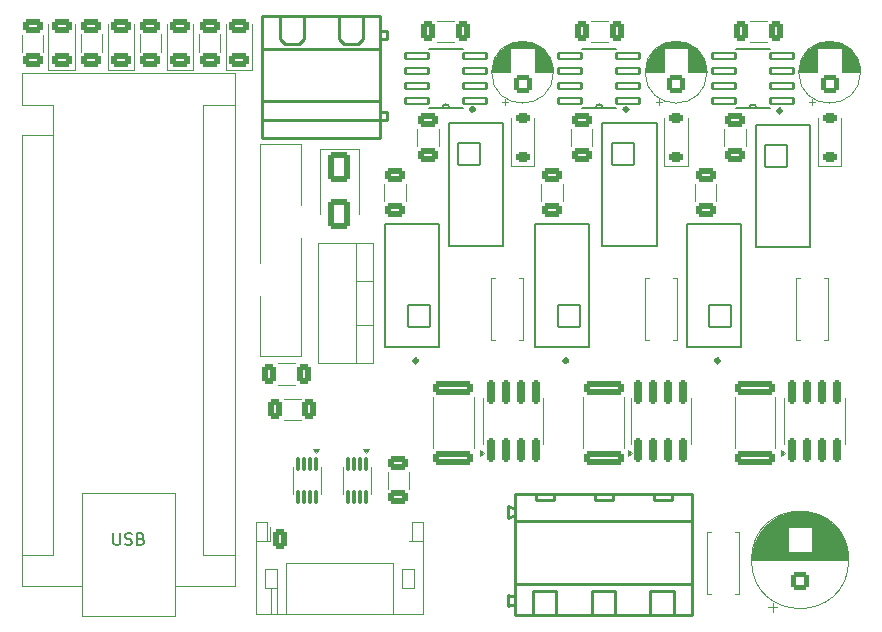
<source format=gbr>
%TF.GenerationSoftware,KiCad,Pcbnew,9.0.3*%
%TF.CreationDate,2025-07-09T22:45:58-05:00*%
%TF.ProjectId,focMotorController,666f634d-6f74-46f7-9243-6f6e74726f6c,rev?*%
%TF.SameCoordinates,Original*%
%TF.FileFunction,Legend,Top*%
%TF.FilePolarity,Positive*%
%FSLAX46Y46*%
G04 Gerber Fmt 4.6, Leading zero omitted, Abs format (unit mm)*
G04 Created by KiCad (PCBNEW 9.0.3) date 2025-07-09 22:45:58*
%MOMM*%
%LPD*%
G01*
G04 APERTURE LIST*
G04 Aperture macros list*
%AMRoundRect*
0 Rectangle with rounded corners*
0 $1 Rounding radius*
0 $2 $3 $4 $5 $6 $7 $8 $9 X,Y pos of 4 corners*
0 Add a 4 corners polygon primitive as box body*
4,1,4,$2,$3,$4,$5,$6,$7,$8,$9,$2,$3,0*
0 Add four circle primitives for the rounded corners*
1,1,$1+$1,$2,$3*
1,1,$1+$1,$4,$5*
1,1,$1+$1,$6,$7*
1,1,$1+$1,$8,$9*
0 Add four rect primitives between the rounded corners*
20,1,$1+$1,$2,$3,$4,$5,0*
20,1,$1+$1,$4,$5,$6,$7,0*
20,1,$1+$1,$6,$7,$8,$9,0*
20,1,$1+$1,$8,$9,$2,$3,0*%
G04 Aperture macros list end*
%ADD10C,0.150000*%
%ADD11C,0.120000*%
%ADD12C,0.100000*%
%ADD13C,0.127000*%
%ADD14C,0.300000*%
%ADD15C,0.152400*%
%ADD16C,0.250000*%
%ADD17RoundRect,0.250000X-0.312500X-0.625000X0.312500X-0.625000X0.312500X0.625000X-0.312500X0.625000X0*%
%ADD18RoundRect,0.250000X0.312500X0.625000X-0.312500X0.625000X-0.312500X-0.625000X0.312500X-0.625000X0*%
%ADD19RoundRect,0.250000X0.625000X-0.312500X0.625000X0.312500X-0.625000X0.312500X-0.625000X-0.312500X0*%
%ADD20RoundRect,0.250000X0.550000X-0.550000X0.550000X0.550000X-0.550000X0.550000X-0.550000X-0.550000X0*%
%ADD21C,1.600000*%
%ADD22C,1.770000*%
%ADD23RoundRect,0.250000X-0.650000X1.000000X-0.650000X-1.000000X0.650000X-1.000000X0.650000X1.000000X0*%
%ADD24RoundRect,0.250000X0.625000X-0.375000X0.625000X0.375000X-0.625000X0.375000X-0.625000X-0.375000X0*%
%ADD25RoundRect,0.250000X-1.425000X0.362500X-1.425000X-0.362500X1.425000X-0.362500X1.425000X0.362500X0*%
%ADD26RoundRect,0.250000X-0.625000X0.312500X-0.625000X-0.312500X0.625000X-0.312500X0.625000X0.312500X0*%
%ADD27RoundRect,0.225000X0.375000X-0.225000X0.375000X0.225000X-0.375000X0.225000X-0.375000X-0.225000X0*%
%ADD28RoundRect,0.102000X0.955000X-0.955000X0.955000X0.955000X-0.955000X0.955000X-0.955000X-0.955000X0*%
%ADD29C,2.114000*%
%ADD30RoundRect,0.102000X-0.955000X0.955000X-0.955000X-0.955000X0.955000X-0.955000X0.955000X0.955000X0*%
%ADD31RoundRect,0.102000X0.990600X0.254000X-0.990600X0.254000X-0.990600X-0.254000X0.990600X-0.254000X0*%
%ADD32RoundRect,0.250000X-0.350000X-0.625000X0.350000X-0.625000X0.350000X0.625000X-0.350000X0.625000X0*%
%ADD33O,1.200000X1.750000*%
%ADD34C,2.300000*%
%ADD35RoundRect,0.087500X-0.087500X0.537500X-0.087500X-0.537500X0.087500X-0.537500X0.087500X0.537500X0*%
%ADD36RoundRect,0.150000X0.150000X-0.825000X0.150000X0.825000X-0.150000X0.825000X-0.150000X-0.825000X0*%
%ADD37C,2.000000*%
%ADD38R,2.000000X2.000000*%
%ADD39R,1.600000X1.600000*%
%ADD40O,1.600000X1.600000*%
G04 APERTURE END LIST*
D10*
X81858095Y-81994819D02*
X81858095Y-82804342D01*
X81858095Y-82804342D02*
X81905714Y-82899580D01*
X81905714Y-82899580D02*
X81953333Y-82947200D01*
X81953333Y-82947200D02*
X82048571Y-82994819D01*
X82048571Y-82994819D02*
X82239047Y-82994819D01*
X82239047Y-82994819D02*
X82334285Y-82947200D01*
X82334285Y-82947200D02*
X82381904Y-82899580D01*
X82381904Y-82899580D02*
X82429523Y-82804342D01*
X82429523Y-82804342D02*
X82429523Y-81994819D01*
X82858095Y-82947200D02*
X83000952Y-82994819D01*
X83000952Y-82994819D02*
X83239047Y-82994819D01*
X83239047Y-82994819D02*
X83334285Y-82947200D01*
X83334285Y-82947200D02*
X83381904Y-82899580D01*
X83381904Y-82899580D02*
X83429523Y-82804342D01*
X83429523Y-82804342D02*
X83429523Y-82709104D01*
X83429523Y-82709104D02*
X83381904Y-82613866D01*
X83381904Y-82613866D02*
X83334285Y-82566247D01*
X83334285Y-82566247D02*
X83239047Y-82518628D01*
X83239047Y-82518628D02*
X83048571Y-82471009D01*
X83048571Y-82471009D02*
X82953333Y-82423390D01*
X82953333Y-82423390D02*
X82905714Y-82375771D01*
X82905714Y-82375771D02*
X82858095Y-82280533D01*
X82858095Y-82280533D02*
X82858095Y-82185295D01*
X82858095Y-82185295D02*
X82905714Y-82090057D01*
X82905714Y-82090057D02*
X82953333Y-82042438D01*
X82953333Y-82042438D02*
X83048571Y-81994819D01*
X83048571Y-81994819D02*
X83286666Y-81994819D01*
X83286666Y-81994819D02*
X83429523Y-82042438D01*
X84191428Y-82471009D02*
X84334285Y-82518628D01*
X84334285Y-82518628D02*
X84381904Y-82566247D01*
X84381904Y-82566247D02*
X84429523Y-82661485D01*
X84429523Y-82661485D02*
X84429523Y-82804342D01*
X84429523Y-82804342D02*
X84381904Y-82899580D01*
X84381904Y-82899580D02*
X84334285Y-82947200D01*
X84334285Y-82947200D02*
X84239047Y-82994819D01*
X84239047Y-82994819D02*
X83858095Y-82994819D01*
X83858095Y-82994819D02*
X83858095Y-81994819D01*
X83858095Y-81994819D02*
X84191428Y-81994819D01*
X84191428Y-81994819D02*
X84286666Y-82042438D01*
X84286666Y-82042438D02*
X84334285Y-82090057D01*
X84334285Y-82090057D02*
X84381904Y-82185295D01*
X84381904Y-82185295D02*
X84381904Y-82280533D01*
X84381904Y-82280533D02*
X84334285Y-82375771D01*
X84334285Y-82375771D02*
X84286666Y-82423390D01*
X84286666Y-82423390D02*
X84191428Y-82471009D01*
X84191428Y-82471009D02*
X83858095Y-82471009D01*
D11*
%TO.C,R13*%
X95772936Y-67590000D02*
X97227064Y-67590000D01*
X95772936Y-69410000D02*
X97227064Y-69410000D01*
%TO.C,R11*%
X137227064Y-40410000D02*
X135772936Y-40410000D01*
X137227064Y-38590000D02*
X135772936Y-38590000D01*
%TO.C,R8*%
X123727064Y-40410000D02*
X122272936Y-40410000D01*
X123727064Y-38590000D02*
X122272936Y-38590000D01*
%TO.C,R7*%
X110727064Y-40410000D02*
X109272936Y-40410000D01*
X110727064Y-38590000D02*
X109272936Y-38590000D01*
%TO.C,R3*%
X90910000Y-41212086D02*
X90910000Y-39757958D01*
X89090000Y-41212086D02*
X89090000Y-39757958D01*
%TO.C,R5*%
X80910000Y-41212086D02*
X80910000Y-39757958D01*
X79090000Y-41212086D02*
X79090000Y-39757958D01*
%TO.C,R4*%
X75930882Y-41227064D02*
X75930882Y-39772936D01*
X74110882Y-41227064D02*
X74110882Y-39772936D01*
%TO.C,R6*%
X85910000Y-41212086D02*
X85910000Y-39757958D01*
X84090000Y-41212086D02*
X84090000Y-39757958D01*
%TO.C,R2*%
X96272936Y-70590000D02*
X97727064Y-70590000D01*
X96272936Y-72410000D02*
X97727064Y-72410000D01*
%TO.C,R1*%
X105090000Y-78227064D02*
X105090000Y-76772936D01*
X106910000Y-78227064D02*
X106910000Y-76772936D01*
%TO.C,C7*%
X139920000Y-42915113D02*
X141460000Y-42915113D01*
X139920000Y-42955113D02*
X141460000Y-42955113D01*
X139921000Y-42875113D02*
X141460000Y-42875113D01*
X139923000Y-42835113D02*
X141460000Y-42835113D01*
X139925000Y-42795113D02*
X141460000Y-42795113D01*
X139928000Y-42755113D02*
X141460000Y-42755113D01*
X139931000Y-42715113D02*
X141460000Y-42715113D01*
X139935000Y-42675113D02*
X141460000Y-42675113D01*
X139940000Y-42635113D02*
X141460000Y-42635113D01*
X139945000Y-42595113D02*
X141460000Y-42595113D01*
X139951000Y-42555113D02*
X141460000Y-42555113D01*
X139957000Y-42515113D02*
X141460000Y-42515113D01*
X139964000Y-42475113D02*
X141460000Y-42475113D01*
X139972000Y-42435113D02*
X141460000Y-42435113D01*
X139981000Y-42395113D02*
X141460000Y-42395113D01*
X139990000Y-42355113D02*
X141460000Y-42355113D01*
X139999000Y-42315113D02*
X141460000Y-42315113D01*
X140010000Y-42275113D02*
X141460000Y-42275113D01*
X140021000Y-42235113D02*
X141460000Y-42235113D01*
X140033000Y-42195113D02*
X141460000Y-42195113D01*
X140045000Y-42155113D02*
X141460000Y-42155113D01*
X140058000Y-42115113D02*
X141460000Y-42115113D01*
X140072000Y-42075113D02*
X141460000Y-42075113D01*
X140087000Y-42035113D02*
X141460000Y-42035113D01*
X140102000Y-41995113D02*
X141460000Y-41995113D01*
X140118000Y-41955113D02*
X141460000Y-41955113D01*
X140135000Y-41915113D02*
X141460000Y-41915113D01*
X140153000Y-41875113D02*
X141460000Y-41875113D01*
X140171000Y-41835113D02*
X141460000Y-41835113D01*
X140191000Y-41795113D02*
X141460000Y-41795113D01*
X140211000Y-41755113D02*
X141460000Y-41755113D01*
X140232000Y-41715113D02*
X141460000Y-41715113D01*
X140254000Y-41675113D02*
X141460000Y-41675113D01*
X140277000Y-41635113D02*
X141460000Y-41635113D01*
X140301000Y-41595113D02*
X141460000Y-41595113D01*
X140325000Y-41555113D02*
X141460000Y-41555113D01*
X140351000Y-41515113D02*
X141460000Y-41515113D01*
X140378000Y-41475113D02*
X141460000Y-41475113D01*
X140406000Y-41435113D02*
X141460000Y-41435113D01*
X140435000Y-41395113D02*
X141460000Y-41395113D01*
X140465000Y-41355113D02*
X141460000Y-41355113D01*
X140497000Y-41315113D02*
X141460000Y-41315113D01*
X140530000Y-41275113D02*
X141460000Y-41275113D01*
X140564000Y-41235113D02*
X141460000Y-41235113D01*
X140599000Y-41195113D02*
X141460000Y-41195113D01*
X140636000Y-41155113D02*
X141460000Y-41155113D01*
X140675000Y-41115113D02*
X141460000Y-41115113D01*
X140715000Y-41075113D02*
X141460000Y-41075113D01*
X140757000Y-41035113D02*
X141460000Y-41035113D01*
X140775000Y-45509888D02*
X141275000Y-45509888D01*
X140801000Y-40995113D02*
X141460000Y-40995113D01*
X140848000Y-40955113D02*
X141460000Y-40955113D01*
X140896000Y-40915113D02*
X144104000Y-40915113D01*
X140947000Y-40875113D02*
X144053000Y-40875113D01*
X141001000Y-40835113D02*
X143999000Y-40835113D01*
X141025000Y-45759888D02*
X141025000Y-45259888D01*
X141057000Y-40795113D02*
X143943000Y-40795113D01*
X141117000Y-40755113D02*
X143883000Y-40755113D01*
X141181000Y-40715113D02*
X143819000Y-40715113D01*
X141249000Y-40675113D02*
X143751000Y-40675113D01*
X141323000Y-40635113D02*
X143677000Y-40635113D01*
X141402000Y-40595113D02*
X143598000Y-40595113D01*
X141489000Y-40555113D02*
X143511000Y-40555113D01*
X141586000Y-40515113D02*
X143414000Y-40515113D01*
X141695000Y-40475113D02*
X143305000Y-40475113D01*
X141823000Y-40435113D02*
X143177000Y-40435113D01*
X141983000Y-40395113D02*
X143017000Y-40395113D01*
X142217000Y-40355113D02*
X142783000Y-40355113D01*
X143540000Y-40955113D02*
X144152000Y-40955113D01*
X143540000Y-40995113D02*
X144199000Y-40995113D01*
X143540000Y-41035113D02*
X144243000Y-41035113D01*
X143540000Y-41075113D02*
X144285000Y-41075113D01*
X143540000Y-41115113D02*
X144325000Y-41115113D01*
X143540000Y-41155113D02*
X144364000Y-41155113D01*
X143540000Y-41195113D02*
X144401000Y-41195113D01*
X143540000Y-41235113D02*
X144436000Y-41235113D01*
X143540000Y-41275113D02*
X144470000Y-41275113D01*
X143540000Y-41315113D02*
X144503000Y-41315113D01*
X143540000Y-41355113D02*
X144535000Y-41355113D01*
X143540000Y-41395113D02*
X144565000Y-41395113D01*
X143540000Y-41435113D02*
X144594000Y-41435113D01*
X143540000Y-41475113D02*
X144622000Y-41475113D01*
X143540000Y-41515113D02*
X144649000Y-41515113D01*
X143540000Y-41555113D02*
X144675000Y-41555113D01*
X143540000Y-41595113D02*
X144699000Y-41595113D01*
X143540000Y-41635113D02*
X144723000Y-41635113D01*
X143540000Y-41675113D02*
X144746000Y-41675113D01*
X143540000Y-41715113D02*
X144768000Y-41715113D01*
X143540000Y-41755113D02*
X144789000Y-41755113D01*
X143540000Y-41795113D02*
X144809000Y-41795113D01*
X143540000Y-41835113D02*
X144829000Y-41835113D01*
X143540000Y-41875113D02*
X144847000Y-41875113D01*
X143540000Y-41915113D02*
X144865000Y-41915113D01*
X143540000Y-41955113D02*
X144882000Y-41955113D01*
X143540000Y-41995113D02*
X144898000Y-41995113D01*
X143540000Y-42035113D02*
X144913000Y-42035113D01*
X143540000Y-42075113D02*
X144928000Y-42075113D01*
X143540000Y-42115113D02*
X144942000Y-42115113D01*
X143540000Y-42155113D02*
X144955000Y-42155113D01*
X143540000Y-42195113D02*
X144967000Y-42195113D01*
X143540000Y-42235113D02*
X144979000Y-42235113D01*
X143540000Y-42275113D02*
X144990000Y-42275113D01*
X143540000Y-42315113D02*
X145001000Y-42315113D01*
X143540000Y-42355113D02*
X145010000Y-42355113D01*
X143540000Y-42395113D02*
X145019000Y-42395113D01*
X143540000Y-42435113D02*
X145028000Y-42435113D01*
X143540000Y-42475113D02*
X145036000Y-42475113D01*
X143540000Y-42515113D02*
X145043000Y-42515113D01*
X143540000Y-42555113D02*
X145049000Y-42555113D01*
X143540000Y-42595113D02*
X145055000Y-42595113D01*
X143540000Y-42635113D02*
X145060000Y-42635113D01*
X143540000Y-42675113D02*
X145065000Y-42675113D01*
X143540000Y-42715113D02*
X145069000Y-42715113D01*
X143540000Y-42755113D02*
X145072000Y-42755113D01*
X143540000Y-42795113D02*
X145075000Y-42795113D01*
X143540000Y-42835113D02*
X145077000Y-42835113D01*
X143540000Y-42875113D02*
X145079000Y-42875113D01*
X143540000Y-42915113D02*
X145080000Y-42915113D01*
X143540000Y-42955113D02*
X145080000Y-42955113D01*
X145120000Y-42955113D02*
G75*
G02*
X139880000Y-42955113I-2620000J0D01*
G01*
X139880000Y-42955113D02*
G75*
G02*
X145120000Y-42955113I2620000J0D01*
G01*
%TO.C,C1*%
X135920000Y-84210000D02*
X144080000Y-84210000D01*
X135920000Y-84250000D02*
X144080000Y-84250000D01*
X135921000Y-84170000D02*
X144079000Y-84170000D01*
X135922000Y-84130000D02*
X144078000Y-84130000D01*
X135923000Y-84090000D02*
X144077000Y-84090000D01*
X135925000Y-84050000D02*
X144075000Y-84050000D01*
X135927000Y-84010000D02*
X144073000Y-84010000D01*
X135930000Y-83970000D02*
X144070000Y-83970000D01*
X135932000Y-83930000D02*
X144068000Y-83930000D01*
X135936000Y-83890000D02*
X144064000Y-83890000D01*
X135939000Y-83850000D02*
X144061000Y-83850000D01*
X135944000Y-83810000D02*
X144056000Y-83810000D01*
X135948000Y-83770000D02*
X144052000Y-83770000D01*
X135953000Y-83730000D02*
X144047000Y-83730000D01*
X135958000Y-83690000D02*
X144042000Y-83690000D01*
X135964000Y-83650000D02*
X144036000Y-83650000D01*
X135970000Y-83610000D02*
X144030000Y-83610000D01*
X135977000Y-83570000D02*
X144023000Y-83570000D01*
X135983000Y-83530000D02*
X138960000Y-83530000D01*
X135991000Y-83490000D02*
X138960000Y-83490000D01*
X135998000Y-83450000D02*
X138960000Y-83450000D01*
X136007000Y-83410000D02*
X138960000Y-83410000D01*
X136015000Y-83370000D02*
X138960000Y-83370000D01*
X136024000Y-83330000D02*
X138960000Y-83330000D01*
X136033000Y-83290000D02*
X138960000Y-83290000D01*
X136043000Y-83250000D02*
X138960000Y-83250000D01*
X136053000Y-83210000D02*
X138960000Y-83210000D01*
X136064000Y-83170000D02*
X138960000Y-83170000D01*
X136075000Y-83130000D02*
X138960000Y-83130000D01*
X136087000Y-83090000D02*
X138960000Y-83090000D01*
X136099000Y-83050000D02*
X138960000Y-83050000D01*
X136111000Y-83010000D02*
X138960000Y-83010000D01*
X136124000Y-82970000D02*
X138960000Y-82970000D01*
X136137000Y-82930000D02*
X138960000Y-82930000D01*
X136151000Y-82890000D02*
X138960000Y-82890000D01*
X136165000Y-82850000D02*
X138960000Y-82850000D01*
X136180000Y-82810000D02*
X138960000Y-82810000D01*
X136195000Y-82770000D02*
X138960000Y-82770000D01*
X136211000Y-82730000D02*
X138960000Y-82730000D01*
X136227000Y-82690000D02*
X138960000Y-82690000D01*
X136243000Y-82650000D02*
X138960000Y-82650000D01*
X136260000Y-82610000D02*
X138960000Y-82610000D01*
X136278000Y-82570000D02*
X138960000Y-82570000D01*
X136296000Y-82530000D02*
X138960000Y-82530000D01*
X136315000Y-82490000D02*
X138960000Y-82490000D01*
X136334000Y-82450000D02*
X138960000Y-82450000D01*
X136354000Y-82410000D02*
X138960000Y-82410000D01*
X136374000Y-82370000D02*
X138960000Y-82370000D01*
X136395000Y-82330000D02*
X138960000Y-82330000D01*
X136416000Y-82290000D02*
X138960000Y-82290000D01*
X136438000Y-82250000D02*
X138960000Y-82250000D01*
X136461000Y-82210000D02*
X138960000Y-82210000D01*
X136484000Y-82170000D02*
X138960000Y-82170000D01*
X136507000Y-82130000D02*
X138960000Y-82130000D01*
X136532000Y-82090000D02*
X138960000Y-82090000D01*
X136557000Y-82050000D02*
X138960000Y-82050000D01*
X136582000Y-82010000D02*
X138960000Y-82010000D01*
X136608000Y-81970000D02*
X138960000Y-81970000D01*
X136635000Y-81930000D02*
X138960000Y-81930000D01*
X136663000Y-81890000D02*
X138960000Y-81890000D01*
X136691000Y-81850000D02*
X138960000Y-81850000D01*
X136720000Y-81810000D02*
X138960000Y-81810000D01*
X136750000Y-81770000D02*
X138960000Y-81770000D01*
X136781000Y-81730000D02*
X138960000Y-81730000D01*
X136812000Y-81690000D02*
X138960000Y-81690000D01*
X136844000Y-81650000D02*
X138960000Y-81650000D01*
X136877000Y-81610000D02*
X138960000Y-81610000D01*
X136911000Y-81570000D02*
X138960000Y-81570000D01*
X136945000Y-81530000D02*
X138960000Y-81530000D01*
X136981000Y-81490000D02*
X138960000Y-81490000D01*
X137018000Y-81450000D02*
X142982000Y-81450000D01*
X137055000Y-81410000D02*
X142945000Y-81410000D01*
X137094000Y-81370000D02*
X142906000Y-81370000D01*
X137133000Y-81330000D02*
X142867000Y-81330000D01*
X137174000Y-81290000D02*
X142826000Y-81290000D01*
X137216000Y-81250000D02*
X142784000Y-81250000D01*
X137259000Y-81210000D02*
X142741000Y-81210000D01*
X137285000Y-88259698D02*
X138085000Y-88259698D01*
X137304000Y-81170000D02*
X142696000Y-81170000D01*
X137349000Y-81130000D02*
X142651000Y-81130000D01*
X137396000Y-81090000D02*
X142604000Y-81090000D01*
X137445000Y-81050000D02*
X142555000Y-81050000D01*
X137495000Y-81010000D02*
X142505000Y-81010000D01*
X137547000Y-80970000D02*
X142453000Y-80970000D01*
X137600000Y-80930000D02*
X142400000Y-80930000D01*
X137656000Y-80890000D02*
X142344000Y-80890000D01*
X137685000Y-88659698D02*
X137685000Y-87859698D01*
X137713000Y-80850000D02*
X142287000Y-80850000D01*
X137773000Y-80810000D02*
X142227000Y-80810000D01*
X137835000Y-80770000D02*
X142165000Y-80770000D01*
X137899000Y-80730000D02*
X142101000Y-80730000D01*
X137966000Y-80690000D02*
X142034000Y-80690000D01*
X138036000Y-80650000D02*
X141964000Y-80650000D01*
X138110000Y-80610000D02*
X141890000Y-80610000D01*
X138187000Y-80570000D02*
X141813000Y-80570000D01*
X138269000Y-80530000D02*
X141731000Y-80530000D01*
X138356000Y-80490000D02*
X141644000Y-80490000D01*
X138448000Y-80450000D02*
X141552000Y-80450000D01*
X138547000Y-80410000D02*
X141453000Y-80410000D01*
X138654000Y-80370000D02*
X141346000Y-80370000D01*
X138772000Y-80330000D02*
X141228000Y-80330000D01*
X138903000Y-80290000D02*
X141097000Y-80290000D01*
X139053000Y-80250000D02*
X140947000Y-80250000D01*
X139232000Y-80210000D02*
X140768000Y-80210000D01*
X139467000Y-80170000D02*
X140533000Y-80170000D01*
X141040000Y-81490000D02*
X143019000Y-81490000D01*
X141040000Y-81530000D02*
X143055000Y-81530000D01*
X141040000Y-81570000D02*
X143089000Y-81570000D01*
X141040000Y-81610000D02*
X143123000Y-81610000D01*
X141040000Y-81650000D02*
X143156000Y-81650000D01*
X141040000Y-81690000D02*
X143188000Y-81690000D01*
X141040000Y-81730000D02*
X143219000Y-81730000D01*
X141040000Y-81770000D02*
X143250000Y-81770000D01*
X141040000Y-81810000D02*
X143280000Y-81810000D01*
X141040000Y-81850000D02*
X143309000Y-81850000D01*
X141040000Y-81890000D02*
X143337000Y-81890000D01*
X141040000Y-81930000D02*
X143365000Y-81930000D01*
X141040000Y-81970000D02*
X143392000Y-81970000D01*
X141040000Y-82010000D02*
X143418000Y-82010000D01*
X141040000Y-82050000D02*
X143443000Y-82050000D01*
X141040000Y-82090000D02*
X143468000Y-82090000D01*
X141040000Y-82130000D02*
X143493000Y-82130000D01*
X141040000Y-82170000D02*
X143516000Y-82170000D01*
X141040000Y-82210000D02*
X143539000Y-82210000D01*
X141040000Y-82250000D02*
X143562000Y-82250000D01*
X141040000Y-82290000D02*
X143584000Y-82290000D01*
X141040000Y-82330000D02*
X143605000Y-82330000D01*
X141040000Y-82370000D02*
X143626000Y-82370000D01*
X141040000Y-82410000D02*
X143646000Y-82410000D01*
X141040000Y-82450000D02*
X143666000Y-82450000D01*
X141040000Y-82490000D02*
X143685000Y-82490000D01*
X141040000Y-82530000D02*
X143704000Y-82530000D01*
X141040000Y-82570000D02*
X143722000Y-82570000D01*
X141040000Y-82610000D02*
X143740000Y-82610000D01*
X141040000Y-82650000D02*
X143757000Y-82650000D01*
X141040000Y-82690000D02*
X143773000Y-82690000D01*
X141040000Y-82730000D02*
X143789000Y-82730000D01*
X141040000Y-82770000D02*
X143805000Y-82770000D01*
X141040000Y-82810000D02*
X143820000Y-82810000D01*
X141040000Y-82850000D02*
X143835000Y-82850000D01*
X141040000Y-82890000D02*
X143849000Y-82890000D01*
X141040000Y-82930000D02*
X143863000Y-82930000D01*
X141040000Y-82970000D02*
X143876000Y-82970000D01*
X141040000Y-83010000D02*
X143889000Y-83010000D01*
X141040000Y-83050000D02*
X143901000Y-83050000D01*
X141040000Y-83090000D02*
X143913000Y-83090000D01*
X141040000Y-83130000D02*
X143925000Y-83130000D01*
X141040000Y-83170000D02*
X143936000Y-83170000D01*
X141040000Y-83210000D02*
X143947000Y-83210000D01*
X141040000Y-83250000D02*
X143957000Y-83250000D01*
X141040000Y-83290000D02*
X143967000Y-83290000D01*
X141040000Y-83330000D02*
X143976000Y-83330000D01*
X141040000Y-83370000D02*
X143985000Y-83370000D01*
X141040000Y-83410000D02*
X143993000Y-83410000D01*
X141040000Y-83450000D02*
X144002000Y-83450000D01*
X141040000Y-83490000D02*
X144009000Y-83490000D01*
X141040000Y-83530000D02*
X144017000Y-83530000D01*
X144120000Y-84250000D02*
G75*
G02*
X135880000Y-84250000I-4120000J0D01*
G01*
X135880000Y-84250000D02*
G75*
G02*
X144120000Y-84250000I4120000J0D01*
G01*
D12*
%TO.C,F1*%
X94250000Y-49000000D02*
X94250000Y-59093932D01*
X94250000Y-49000000D02*
X97750000Y-49000000D01*
X94250000Y-67000000D02*
X94250000Y-61922147D01*
X97750000Y-49000000D02*
X97750000Y-54197919D01*
X97750000Y-57000000D02*
X97750000Y-67000000D01*
X97750000Y-67000000D02*
X94250000Y-67000000D01*
D11*
%TO.C,D1*%
X99350000Y-49490000D02*
X99350000Y-55000000D01*
X102650000Y-49490000D02*
X99350000Y-49490000D01*
X102650000Y-49490000D02*
X102650000Y-55000000D01*
%TO.C,D3*%
X91365000Y-38885022D02*
X91365000Y-42770022D01*
X91365000Y-42770022D02*
X93635000Y-42770022D01*
X93635000Y-42770022D02*
X93635000Y-38885022D01*
%TO.C,R14*%
X108936100Y-70457936D02*
X108936100Y-74812064D01*
X112356100Y-70457936D02*
X112356100Y-74812064D01*
%TO.C,C6*%
X126920000Y-42915113D02*
X128460000Y-42915113D01*
X126920000Y-42955113D02*
X128460000Y-42955113D01*
X126921000Y-42875113D02*
X128460000Y-42875113D01*
X126923000Y-42835113D02*
X128460000Y-42835113D01*
X126925000Y-42795113D02*
X128460000Y-42795113D01*
X126928000Y-42755113D02*
X128460000Y-42755113D01*
X126931000Y-42715113D02*
X128460000Y-42715113D01*
X126935000Y-42675113D02*
X128460000Y-42675113D01*
X126940000Y-42635113D02*
X128460000Y-42635113D01*
X126945000Y-42595113D02*
X128460000Y-42595113D01*
X126951000Y-42555113D02*
X128460000Y-42555113D01*
X126957000Y-42515113D02*
X128460000Y-42515113D01*
X126964000Y-42475113D02*
X128460000Y-42475113D01*
X126972000Y-42435113D02*
X128460000Y-42435113D01*
X126981000Y-42395113D02*
X128460000Y-42395113D01*
X126990000Y-42355113D02*
X128460000Y-42355113D01*
X126999000Y-42315113D02*
X128460000Y-42315113D01*
X127010000Y-42275113D02*
X128460000Y-42275113D01*
X127021000Y-42235113D02*
X128460000Y-42235113D01*
X127033000Y-42195113D02*
X128460000Y-42195113D01*
X127045000Y-42155113D02*
X128460000Y-42155113D01*
X127058000Y-42115113D02*
X128460000Y-42115113D01*
X127072000Y-42075113D02*
X128460000Y-42075113D01*
X127087000Y-42035113D02*
X128460000Y-42035113D01*
X127102000Y-41995113D02*
X128460000Y-41995113D01*
X127118000Y-41955113D02*
X128460000Y-41955113D01*
X127135000Y-41915113D02*
X128460000Y-41915113D01*
X127153000Y-41875113D02*
X128460000Y-41875113D01*
X127171000Y-41835113D02*
X128460000Y-41835113D01*
X127191000Y-41795113D02*
X128460000Y-41795113D01*
X127211000Y-41755113D02*
X128460000Y-41755113D01*
X127232000Y-41715113D02*
X128460000Y-41715113D01*
X127254000Y-41675113D02*
X128460000Y-41675113D01*
X127277000Y-41635113D02*
X128460000Y-41635113D01*
X127301000Y-41595113D02*
X128460000Y-41595113D01*
X127325000Y-41555113D02*
X128460000Y-41555113D01*
X127351000Y-41515113D02*
X128460000Y-41515113D01*
X127378000Y-41475113D02*
X128460000Y-41475113D01*
X127406000Y-41435113D02*
X128460000Y-41435113D01*
X127435000Y-41395113D02*
X128460000Y-41395113D01*
X127465000Y-41355113D02*
X128460000Y-41355113D01*
X127497000Y-41315113D02*
X128460000Y-41315113D01*
X127530000Y-41275113D02*
X128460000Y-41275113D01*
X127564000Y-41235113D02*
X128460000Y-41235113D01*
X127599000Y-41195113D02*
X128460000Y-41195113D01*
X127636000Y-41155113D02*
X128460000Y-41155113D01*
X127675000Y-41115113D02*
X128460000Y-41115113D01*
X127715000Y-41075113D02*
X128460000Y-41075113D01*
X127757000Y-41035113D02*
X128460000Y-41035113D01*
X127775000Y-45509888D02*
X128275000Y-45509888D01*
X127801000Y-40995113D02*
X128460000Y-40995113D01*
X127848000Y-40955113D02*
X128460000Y-40955113D01*
X127896000Y-40915113D02*
X131104000Y-40915113D01*
X127947000Y-40875113D02*
X131053000Y-40875113D01*
X128001000Y-40835113D02*
X130999000Y-40835113D01*
X128025000Y-45759888D02*
X128025000Y-45259888D01*
X128057000Y-40795113D02*
X130943000Y-40795113D01*
X128117000Y-40755113D02*
X130883000Y-40755113D01*
X128181000Y-40715113D02*
X130819000Y-40715113D01*
X128249000Y-40675113D02*
X130751000Y-40675113D01*
X128323000Y-40635113D02*
X130677000Y-40635113D01*
X128402000Y-40595113D02*
X130598000Y-40595113D01*
X128489000Y-40555113D02*
X130511000Y-40555113D01*
X128586000Y-40515113D02*
X130414000Y-40515113D01*
X128695000Y-40475113D02*
X130305000Y-40475113D01*
X128823000Y-40435113D02*
X130177000Y-40435113D01*
X128983000Y-40395113D02*
X130017000Y-40395113D01*
X129217000Y-40355113D02*
X129783000Y-40355113D01*
X130540000Y-40955113D02*
X131152000Y-40955113D01*
X130540000Y-40995113D02*
X131199000Y-40995113D01*
X130540000Y-41035113D02*
X131243000Y-41035113D01*
X130540000Y-41075113D02*
X131285000Y-41075113D01*
X130540000Y-41115113D02*
X131325000Y-41115113D01*
X130540000Y-41155113D02*
X131364000Y-41155113D01*
X130540000Y-41195113D02*
X131401000Y-41195113D01*
X130540000Y-41235113D02*
X131436000Y-41235113D01*
X130540000Y-41275113D02*
X131470000Y-41275113D01*
X130540000Y-41315113D02*
X131503000Y-41315113D01*
X130540000Y-41355113D02*
X131535000Y-41355113D01*
X130540000Y-41395113D02*
X131565000Y-41395113D01*
X130540000Y-41435113D02*
X131594000Y-41435113D01*
X130540000Y-41475113D02*
X131622000Y-41475113D01*
X130540000Y-41515113D02*
X131649000Y-41515113D01*
X130540000Y-41555113D02*
X131675000Y-41555113D01*
X130540000Y-41595113D02*
X131699000Y-41595113D01*
X130540000Y-41635113D02*
X131723000Y-41635113D01*
X130540000Y-41675113D02*
X131746000Y-41675113D01*
X130540000Y-41715113D02*
X131768000Y-41715113D01*
X130540000Y-41755113D02*
X131789000Y-41755113D01*
X130540000Y-41795113D02*
X131809000Y-41795113D01*
X130540000Y-41835113D02*
X131829000Y-41835113D01*
X130540000Y-41875113D02*
X131847000Y-41875113D01*
X130540000Y-41915113D02*
X131865000Y-41915113D01*
X130540000Y-41955113D02*
X131882000Y-41955113D01*
X130540000Y-41995113D02*
X131898000Y-41995113D01*
X130540000Y-42035113D02*
X131913000Y-42035113D01*
X130540000Y-42075113D02*
X131928000Y-42075113D01*
X130540000Y-42115113D02*
X131942000Y-42115113D01*
X130540000Y-42155113D02*
X131955000Y-42155113D01*
X130540000Y-42195113D02*
X131967000Y-42195113D01*
X130540000Y-42235113D02*
X131979000Y-42235113D01*
X130540000Y-42275113D02*
X131990000Y-42275113D01*
X130540000Y-42315113D02*
X132001000Y-42315113D01*
X130540000Y-42355113D02*
X132010000Y-42355113D01*
X130540000Y-42395113D02*
X132019000Y-42395113D01*
X130540000Y-42435113D02*
X132028000Y-42435113D01*
X130540000Y-42475113D02*
X132036000Y-42475113D01*
X130540000Y-42515113D02*
X132043000Y-42515113D01*
X130540000Y-42555113D02*
X132049000Y-42555113D01*
X130540000Y-42595113D02*
X132055000Y-42595113D01*
X130540000Y-42635113D02*
X132060000Y-42635113D01*
X130540000Y-42675113D02*
X132065000Y-42675113D01*
X130540000Y-42715113D02*
X132069000Y-42715113D01*
X130540000Y-42755113D02*
X132072000Y-42755113D01*
X130540000Y-42795113D02*
X132075000Y-42795113D01*
X130540000Y-42835113D02*
X132077000Y-42835113D01*
X130540000Y-42875113D02*
X132079000Y-42875113D01*
X130540000Y-42915113D02*
X132080000Y-42915113D01*
X130540000Y-42955113D02*
X132080000Y-42955113D01*
X132120000Y-42955113D02*
G75*
G02*
X126880000Y-42955113I-2620000J0D01*
G01*
X126880000Y-42955113D02*
G75*
G02*
X132120000Y-42955113I2620000J0D01*
G01*
%TO.C,R12*%
X133590000Y-47772936D02*
X133590000Y-49227064D01*
X135410000Y-47772936D02*
X135410000Y-49227064D01*
%TO.C,D8*%
X128500000Y-50860000D02*
X128500000Y-46850000D01*
X128500000Y-50860000D02*
X130500000Y-50860000D01*
X130500000Y-50860000D02*
X130500000Y-46850000D01*
%TO.C,R19*%
X104794100Y-52407936D02*
X104794100Y-53862064D01*
X106614100Y-52407936D02*
X106614100Y-53862064D01*
%TO.C,C8*%
X113920000Y-42915113D02*
X115460000Y-42915113D01*
X113920000Y-42955113D02*
X115460000Y-42955113D01*
X113921000Y-42875113D02*
X115460000Y-42875113D01*
X113923000Y-42835113D02*
X115460000Y-42835113D01*
X113925000Y-42795113D02*
X115460000Y-42795113D01*
X113928000Y-42755113D02*
X115460000Y-42755113D01*
X113931000Y-42715113D02*
X115460000Y-42715113D01*
X113935000Y-42675113D02*
X115460000Y-42675113D01*
X113940000Y-42635113D02*
X115460000Y-42635113D01*
X113945000Y-42595113D02*
X115460000Y-42595113D01*
X113951000Y-42555113D02*
X115460000Y-42555113D01*
X113957000Y-42515113D02*
X115460000Y-42515113D01*
X113964000Y-42475113D02*
X115460000Y-42475113D01*
X113972000Y-42435113D02*
X115460000Y-42435113D01*
X113981000Y-42395113D02*
X115460000Y-42395113D01*
X113990000Y-42355113D02*
X115460000Y-42355113D01*
X113999000Y-42315113D02*
X115460000Y-42315113D01*
X114010000Y-42275113D02*
X115460000Y-42275113D01*
X114021000Y-42235113D02*
X115460000Y-42235113D01*
X114033000Y-42195113D02*
X115460000Y-42195113D01*
X114045000Y-42155113D02*
X115460000Y-42155113D01*
X114058000Y-42115113D02*
X115460000Y-42115113D01*
X114072000Y-42075113D02*
X115460000Y-42075113D01*
X114087000Y-42035113D02*
X115460000Y-42035113D01*
X114102000Y-41995113D02*
X115460000Y-41995113D01*
X114118000Y-41955113D02*
X115460000Y-41955113D01*
X114135000Y-41915113D02*
X115460000Y-41915113D01*
X114153000Y-41875113D02*
X115460000Y-41875113D01*
X114171000Y-41835113D02*
X115460000Y-41835113D01*
X114191000Y-41795113D02*
X115460000Y-41795113D01*
X114211000Y-41755113D02*
X115460000Y-41755113D01*
X114232000Y-41715113D02*
X115460000Y-41715113D01*
X114254000Y-41675113D02*
X115460000Y-41675113D01*
X114277000Y-41635113D02*
X115460000Y-41635113D01*
X114301000Y-41595113D02*
X115460000Y-41595113D01*
X114325000Y-41555113D02*
X115460000Y-41555113D01*
X114351000Y-41515113D02*
X115460000Y-41515113D01*
X114378000Y-41475113D02*
X115460000Y-41475113D01*
X114406000Y-41435113D02*
X115460000Y-41435113D01*
X114435000Y-41395113D02*
X115460000Y-41395113D01*
X114465000Y-41355113D02*
X115460000Y-41355113D01*
X114497000Y-41315113D02*
X115460000Y-41315113D01*
X114530000Y-41275113D02*
X115460000Y-41275113D01*
X114564000Y-41235113D02*
X115460000Y-41235113D01*
X114599000Y-41195113D02*
X115460000Y-41195113D01*
X114636000Y-41155113D02*
X115460000Y-41155113D01*
X114675000Y-41115113D02*
X115460000Y-41115113D01*
X114715000Y-41075113D02*
X115460000Y-41075113D01*
X114757000Y-41035113D02*
X115460000Y-41035113D01*
X114775000Y-45509888D02*
X115275000Y-45509888D01*
X114801000Y-40995113D02*
X115460000Y-40995113D01*
X114848000Y-40955113D02*
X115460000Y-40955113D01*
X114896000Y-40915113D02*
X118104000Y-40915113D01*
X114947000Y-40875113D02*
X118053000Y-40875113D01*
X115001000Y-40835113D02*
X117999000Y-40835113D01*
X115025000Y-45759888D02*
X115025000Y-45259888D01*
X115057000Y-40795113D02*
X117943000Y-40795113D01*
X115117000Y-40755113D02*
X117883000Y-40755113D01*
X115181000Y-40715113D02*
X117819000Y-40715113D01*
X115249000Y-40675113D02*
X117751000Y-40675113D01*
X115323000Y-40635113D02*
X117677000Y-40635113D01*
X115402000Y-40595113D02*
X117598000Y-40595113D01*
X115489000Y-40555113D02*
X117511000Y-40555113D01*
X115586000Y-40515113D02*
X117414000Y-40515113D01*
X115695000Y-40475113D02*
X117305000Y-40475113D01*
X115823000Y-40435113D02*
X117177000Y-40435113D01*
X115983000Y-40395113D02*
X117017000Y-40395113D01*
X116217000Y-40355113D02*
X116783000Y-40355113D01*
X117540000Y-40955113D02*
X118152000Y-40955113D01*
X117540000Y-40995113D02*
X118199000Y-40995113D01*
X117540000Y-41035113D02*
X118243000Y-41035113D01*
X117540000Y-41075113D02*
X118285000Y-41075113D01*
X117540000Y-41115113D02*
X118325000Y-41115113D01*
X117540000Y-41155113D02*
X118364000Y-41155113D01*
X117540000Y-41195113D02*
X118401000Y-41195113D01*
X117540000Y-41235113D02*
X118436000Y-41235113D01*
X117540000Y-41275113D02*
X118470000Y-41275113D01*
X117540000Y-41315113D02*
X118503000Y-41315113D01*
X117540000Y-41355113D02*
X118535000Y-41355113D01*
X117540000Y-41395113D02*
X118565000Y-41395113D01*
X117540000Y-41435113D02*
X118594000Y-41435113D01*
X117540000Y-41475113D02*
X118622000Y-41475113D01*
X117540000Y-41515113D02*
X118649000Y-41515113D01*
X117540000Y-41555113D02*
X118675000Y-41555113D01*
X117540000Y-41595113D02*
X118699000Y-41595113D01*
X117540000Y-41635113D02*
X118723000Y-41635113D01*
X117540000Y-41675113D02*
X118746000Y-41675113D01*
X117540000Y-41715113D02*
X118768000Y-41715113D01*
X117540000Y-41755113D02*
X118789000Y-41755113D01*
X117540000Y-41795113D02*
X118809000Y-41795113D01*
X117540000Y-41835113D02*
X118829000Y-41835113D01*
X117540000Y-41875113D02*
X118847000Y-41875113D01*
X117540000Y-41915113D02*
X118865000Y-41915113D01*
X117540000Y-41955113D02*
X118882000Y-41955113D01*
X117540000Y-41995113D02*
X118898000Y-41995113D01*
X117540000Y-42035113D02*
X118913000Y-42035113D01*
X117540000Y-42075113D02*
X118928000Y-42075113D01*
X117540000Y-42115113D02*
X118942000Y-42115113D01*
X117540000Y-42155113D02*
X118955000Y-42155113D01*
X117540000Y-42195113D02*
X118967000Y-42195113D01*
X117540000Y-42235113D02*
X118979000Y-42235113D01*
X117540000Y-42275113D02*
X118990000Y-42275113D01*
X117540000Y-42315113D02*
X119001000Y-42315113D01*
X117540000Y-42355113D02*
X119010000Y-42355113D01*
X117540000Y-42395113D02*
X119019000Y-42395113D01*
X117540000Y-42435113D02*
X119028000Y-42435113D01*
X117540000Y-42475113D02*
X119036000Y-42475113D01*
X117540000Y-42515113D02*
X119043000Y-42515113D01*
X117540000Y-42555113D02*
X119049000Y-42555113D01*
X117540000Y-42595113D02*
X119055000Y-42595113D01*
X117540000Y-42635113D02*
X119060000Y-42635113D01*
X117540000Y-42675113D02*
X119065000Y-42675113D01*
X117540000Y-42715113D02*
X119069000Y-42715113D01*
X117540000Y-42755113D02*
X119072000Y-42755113D01*
X117540000Y-42795113D02*
X119075000Y-42795113D01*
X117540000Y-42835113D02*
X119077000Y-42835113D01*
X117540000Y-42875113D02*
X119079000Y-42875113D01*
X117540000Y-42915113D02*
X119080000Y-42915113D01*
X117540000Y-42955113D02*
X119080000Y-42955113D01*
X119120000Y-42955113D02*
G75*
G02*
X113880000Y-42955113I-2620000J0D01*
G01*
X113880000Y-42955113D02*
G75*
G02*
X119120000Y-42955113I2620000J0D01*
G01*
%TO.C,R9*%
X120590000Y-47772936D02*
X120590000Y-49227064D01*
X122410000Y-47772936D02*
X122410000Y-49227064D01*
%TO.C,D7*%
X115500000Y-50860000D02*
X115500000Y-46850000D01*
X115500000Y-50860000D02*
X117500000Y-50860000D01*
X117500000Y-50860000D02*
X117500000Y-46850000D01*
%TO.C,C2*%
X132130000Y-81880000D02*
X132467000Y-81880000D01*
X132130000Y-87120000D02*
X132130000Y-81880000D01*
X132467000Y-87120000D02*
X132130000Y-87120000D01*
X134533000Y-81880000D02*
X134870000Y-81880000D01*
X134870000Y-81880000D02*
X134870000Y-87120000D01*
X134870000Y-87120000D02*
X134533000Y-87120000D01*
D13*
%TO.C,U5*%
X130402100Y-55847500D02*
X135002100Y-55847500D01*
X130402100Y-66247500D02*
X130402100Y-55847500D01*
X135002100Y-55847500D02*
X135002100Y-66247500D01*
X135002100Y-66247500D02*
X130402100Y-66247500D01*
D14*
X133152100Y-67397500D02*
G75*
G02*
X132852100Y-67397500I-150000J0D01*
G01*
X132852100Y-67397500D02*
G75*
G02*
X133152100Y-67397500I150000J0D01*
G01*
D11*
%TO.C,R15*%
X121662000Y-70457936D02*
X121662000Y-74812064D01*
X125082000Y-70457936D02*
X125082000Y-74812064D01*
%TO.C,R10*%
X118090000Y-52407936D02*
X118090000Y-53862064D01*
X119910000Y-52407936D02*
X119910000Y-53862064D01*
%TO.C,D9*%
X141500000Y-50860000D02*
X141500000Y-46850000D01*
X141500000Y-50860000D02*
X143500000Y-50860000D01*
X143500000Y-50860000D02*
X143500000Y-46850000D01*
%TO.C,R16*%
X134494100Y-70457936D02*
X134494100Y-74812064D01*
X137914100Y-70457936D02*
X137914100Y-74812064D01*
D13*
%TO.C,U7*%
X123260000Y-47260000D02*
X127860000Y-47260000D01*
X123260000Y-57660000D02*
X123260000Y-47260000D01*
X127860000Y-47260000D02*
X127860000Y-57660000D01*
X127860000Y-57660000D02*
X123260000Y-57660000D01*
D14*
X125410000Y-46110000D02*
G75*
G02*
X125110000Y-46110000I-150000J0D01*
G01*
X125110000Y-46110000D02*
G75*
G02*
X125410000Y-46110000I150000J0D01*
G01*
D11*
%TO.C,R22*%
X107590000Y-47772936D02*
X107590000Y-49227064D01*
X109410000Y-47772936D02*
X109410000Y-49227064D01*
%TO.C,D5*%
X81365000Y-38885022D02*
X81365000Y-42770022D01*
X81365000Y-42770022D02*
X83635000Y-42770022D01*
X83635000Y-42770022D02*
X83635000Y-38885022D01*
D15*
%TO.C,U10*%
X121577600Y-45989200D02*
X122695200Y-45989200D01*
X122695200Y-45989200D02*
X123304800Y-45989200D01*
X123304800Y-45989200D02*
X124422400Y-45989200D01*
X124422400Y-41010800D02*
X121577600Y-41010800D01*
X122695200Y-45989200D02*
G75*
G02*
X123304800Y-45989200I304800J0D01*
G01*
D13*
%TO.C,U4*%
X117570000Y-55847500D02*
X122170000Y-55847500D01*
X117570000Y-66247500D02*
X117570000Y-55847500D01*
X122170000Y-55847500D02*
X122170000Y-66247500D01*
X122170000Y-66247500D02*
X117570000Y-66247500D01*
D14*
X120320000Y-67397500D02*
G75*
G02*
X120020000Y-67397500I-150000J0D01*
G01*
X120020000Y-67397500D02*
G75*
G02*
X120320000Y-67397500I150000J0D01*
G01*
D11*
%TO.C,C4*%
X126834100Y-60380000D02*
X127171100Y-60380000D01*
X126834100Y-65620000D02*
X126834100Y-60380000D01*
X127171100Y-65620000D02*
X126834100Y-65620000D01*
X129237100Y-60380000D02*
X129574100Y-60380000D01*
X129574100Y-60380000D02*
X129574100Y-65620000D01*
X129574100Y-65620000D02*
X129237100Y-65620000D01*
%TO.C,J2*%
X93940000Y-81040000D02*
X93940000Y-88860000D01*
X93940000Y-82640000D02*
X94860000Y-82640000D01*
X93940000Y-88860000D02*
X108060000Y-88860000D01*
X94700000Y-85000000D02*
X94700000Y-86600000D01*
X94700000Y-86600000D02*
X95700000Y-86600000D01*
X94860000Y-81040000D02*
X93940000Y-81040000D01*
X94860000Y-82640000D02*
X94860000Y-81040000D01*
X95140000Y-82640000D02*
X94860000Y-82640000D01*
X95140000Y-82640000D02*
X95140000Y-81425000D01*
X95200000Y-86600000D02*
X95200000Y-88860000D01*
X95700000Y-85000000D02*
X94700000Y-85000000D01*
X95700000Y-86600000D02*
X95700000Y-85000000D01*
X95700000Y-86600000D02*
X95700000Y-88860000D01*
X96500000Y-84500000D02*
X105500000Y-84500000D01*
X96500000Y-88860000D02*
X96500000Y-84500000D01*
X105500000Y-84500000D02*
X105500000Y-88860000D01*
X106300000Y-85000000D02*
X107300000Y-85000000D01*
X106300000Y-86600000D02*
X106300000Y-85000000D01*
X107140000Y-81040000D02*
X107140000Y-82640000D01*
X107140000Y-82640000D02*
X106860000Y-82640000D01*
X107300000Y-85000000D02*
X107300000Y-86600000D01*
X107300000Y-86600000D02*
X106300000Y-86600000D01*
X108060000Y-81040000D02*
X107140000Y-81040000D01*
X108060000Y-82640000D02*
X107140000Y-82640000D01*
X108060000Y-88860000D02*
X108060000Y-81040000D01*
D16*
%TO.C,P1*%
X115272000Y-79675000D02*
X115272000Y-80665000D01*
X115272000Y-80665000D02*
X115872000Y-80455000D01*
X115272000Y-87185000D02*
X115272000Y-88175000D01*
X115272000Y-88175000D02*
X115872000Y-87965000D01*
X115872000Y-78635000D02*
X130872000Y-78635000D01*
X115872000Y-78645000D02*
X115872000Y-88945000D01*
X115872000Y-79915000D02*
X115272000Y-79675000D01*
X115872000Y-80965000D02*
X130872000Y-80965000D01*
X115872000Y-86305000D02*
X130872000Y-86305000D01*
X115872000Y-87425000D02*
X115272000Y-87185000D01*
X115872000Y-88935000D02*
X130872000Y-88935000D01*
X117372000Y-86875000D02*
X119372000Y-86875000D01*
X117372000Y-88935000D02*
X117372000Y-86875000D01*
X117612000Y-79175000D02*
X117612000Y-78635000D01*
X119142000Y-78635000D02*
X119142000Y-79175000D01*
X119142000Y-79175000D02*
X117612000Y-79175000D01*
X119372000Y-86875000D02*
X119372000Y-88935000D01*
X122352000Y-86875000D02*
X124352000Y-86875000D01*
X122352000Y-88935000D02*
X122352000Y-86875000D01*
X122612000Y-79175000D02*
X122612000Y-78635000D01*
X124142000Y-78635000D02*
X124142000Y-79175000D01*
X124142000Y-79175000D02*
X122612000Y-79175000D01*
X124352000Y-86875000D02*
X124352000Y-88935000D01*
X127302000Y-86875000D02*
X129302000Y-86875000D01*
X127302000Y-88935000D02*
X127302000Y-86875000D01*
X127612000Y-79175000D02*
X127612000Y-78635000D01*
X129142000Y-78635000D02*
X129142000Y-79175000D01*
X129142000Y-79175000D02*
X127612000Y-79175000D01*
X129302000Y-86875000D02*
X129302000Y-88935000D01*
X130872000Y-78635000D02*
X130872000Y-88935000D01*
D15*
%TO.C,U9*%
X108577600Y-45989200D02*
X109695200Y-45989200D01*
X109695200Y-45989200D02*
X110304800Y-45989200D01*
X110304800Y-45989200D02*
X111422400Y-45989200D01*
X111422400Y-41010800D02*
X108577600Y-41010800D01*
X109695200Y-45989200D02*
G75*
G02*
X110304800Y-45989200I304800J0D01*
G01*
D11*
%TO.C,U2*%
X97065000Y-77500000D02*
X97065000Y-76350000D01*
X97065000Y-77500000D02*
X97065000Y-78650000D01*
X99435000Y-77500000D02*
X99435000Y-76350000D01*
X99435000Y-77500000D02*
X99435000Y-78650000D01*
X99000000Y-75215000D02*
X98760000Y-74885000D01*
X99240000Y-74885000D01*
X99000000Y-75215000D01*
G36*
X99000000Y-75215000D02*
G01*
X98760000Y-74885000D01*
X99240000Y-74885000D01*
X99000000Y-75215000D01*
G37*
D13*
%TO.C,U6*%
X110260000Y-47260000D02*
X114860000Y-47260000D01*
X110260000Y-57660000D02*
X110260000Y-47260000D01*
X114860000Y-47260000D02*
X114860000Y-57660000D01*
X114860000Y-57660000D02*
X110260000Y-57660000D01*
D14*
X112410000Y-46110000D02*
G75*
G02*
X112110000Y-46110000I-150000J0D01*
G01*
X112110000Y-46110000D02*
G75*
G02*
X112410000Y-46110000I150000J0D01*
G01*
D11*
%TO.C,U13*%
X125644100Y-72500000D02*
X125644100Y-70550000D01*
X125644100Y-72500000D02*
X125644100Y-74450000D01*
X130764100Y-72500000D02*
X130764100Y-70550000D01*
X130764100Y-72500000D02*
X130764100Y-74450000D01*
X125739100Y-75200000D02*
X125409100Y-75440000D01*
X125409100Y-74960000D01*
X125739100Y-75200000D01*
G36*
X125739100Y-75200000D02*
G01*
X125409100Y-75440000D01*
X125409100Y-74960000D01*
X125739100Y-75200000D01*
G37*
%TO.C,U12*%
X113144100Y-72500000D02*
X113144100Y-70550000D01*
X113144100Y-72500000D02*
X113144100Y-74450000D01*
X118264100Y-72500000D02*
X118264100Y-70550000D01*
X118264100Y-72500000D02*
X118264100Y-74450000D01*
X113239100Y-75200000D02*
X112909100Y-75440000D01*
X112909100Y-74960000D01*
X113239100Y-75200000D01*
G36*
X113239100Y-75200000D02*
G01*
X112909100Y-75440000D01*
X112909100Y-74960000D01*
X113239100Y-75200000D01*
G37*
D16*
%TO.C,P2*%
X94450000Y-38200000D02*
X104440000Y-38200000D01*
X94450000Y-48500000D02*
X94450000Y-38200000D01*
X95990000Y-40170000D02*
X95990000Y-38200000D01*
X96390000Y-40570000D02*
X95990000Y-40170000D01*
X96390000Y-40570000D02*
X96390000Y-40570000D01*
X97590000Y-40570000D02*
X96390000Y-40570000D01*
X98020000Y-38200000D02*
X98020000Y-40140000D01*
X98020000Y-40140000D02*
X97590000Y-40570000D01*
X101000000Y-40170000D02*
X101000000Y-38200000D01*
X101400000Y-40570000D02*
X101000000Y-40170000D01*
X101400000Y-40570000D02*
X101400000Y-40570000D01*
X102600000Y-40570000D02*
X101400000Y-40570000D01*
X103020000Y-38200000D02*
X103020000Y-40140000D01*
X103020000Y-40140000D02*
X102600000Y-40570000D01*
X104450000Y-38200000D02*
X104450000Y-48500000D01*
X104450000Y-40160000D02*
X105050000Y-40160000D01*
X104450000Y-41010000D02*
X94450000Y-41010000D01*
X104450000Y-45390000D02*
X94450000Y-45390000D01*
X104450000Y-47020000D02*
X105050000Y-47020000D01*
X104450000Y-47040000D02*
X94450000Y-47040000D01*
X104450000Y-48500000D02*
X94450000Y-48500000D01*
X105050000Y-39450000D02*
X104450000Y-39450000D01*
X105050000Y-40160000D02*
X105050000Y-39450000D01*
X105050000Y-46310000D02*
X104450000Y-46310000D01*
X105050000Y-47020000D02*
X105050000Y-46310000D01*
D11*
%TO.C,C5*%
X139630000Y-60380000D02*
X139967000Y-60380000D01*
X139630000Y-65620000D02*
X139630000Y-60380000D01*
X139967000Y-65620000D02*
X139630000Y-65620000D01*
X142033000Y-60380000D02*
X142370000Y-60380000D01*
X142370000Y-60380000D02*
X142370000Y-65620000D01*
X142370000Y-65620000D02*
X142033000Y-65620000D01*
%TO.C,D2*%
X99190000Y-57390000D02*
X103810000Y-57390000D01*
X99190000Y-67610000D02*
X99190000Y-57390000D01*
X102430000Y-57390000D02*
X102430000Y-67610000D01*
X103810000Y-57390000D02*
X103810000Y-67610000D01*
X103810000Y-60650000D02*
X102430000Y-60650000D01*
X103810000Y-64350000D02*
X102430000Y-64350000D01*
X103810000Y-67610000D02*
X99190000Y-67610000D01*
%TO.C,U14*%
X138644100Y-72500000D02*
X138644100Y-70550000D01*
X138644100Y-72500000D02*
X138644100Y-74450000D01*
X143764100Y-72500000D02*
X143764100Y-70550000D01*
X143764100Y-72500000D02*
X143764100Y-74450000D01*
X138739100Y-75200000D02*
X138409100Y-75440000D01*
X138409100Y-74960000D01*
X138739100Y-75200000D01*
G36*
X138739100Y-75200000D02*
G01*
X138409100Y-75440000D01*
X138409100Y-74960000D01*
X138739100Y-75200000D01*
G37*
D13*
%TO.C,U8*%
X136260000Y-47387500D02*
X140860000Y-47387500D01*
X136260000Y-57787500D02*
X136260000Y-47387500D01*
X140860000Y-47387500D02*
X140860000Y-57787500D01*
X140860000Y-57787500D02*
X136260000Y-57787500D01*
D14*
X138410000Y-46237500D02*
G75*
G02*
X138110000Y-46237500I-150000J0D01*
G01*
X138110000Y-46237500D02*
G75*
G02*
X138410000Y-46237500I150000J0D01*
G01*
D15*
%TO.C,U11*%
X134577600Y-45989200D02*
X135695200Y-45989200D01*
X135695200Y-45989200D02*
X136304800Y-45989200D01*
X136304800Y-45989200D02*
X137422400Y-45989200D01*
X137422400Y-41010800D02*
X134577600Y-41010800D01*
X135695200Y-45989200D02*
G75*
G02*
X136304800Y-45989200I304800J0D01*
G01*
D11*
%TO.C,R20*%
X131090000Y-52407936D02*
X131090000Y-53862064D01*
X132910000Y-52407936D02*
X132910000Y-53862064D01*
%TO.C,A1*%
X74100000Y-43040000D02*
X74100000Y-45710000D01*
X74100000Y-48250000D02*
X74100000Y-86480000D01*
X74100000Y-86480000D02*
X79180000Y-86480000D01*
X76770000Y-45710000D02*
X74100000Y-45710000D01*
X76770000Y-48250000D02*
X74100000Y-48250000D01*
X76770000Y-48250000D02*
X76770000Y-45710000D01*
X76770000Y-48250000D02*
X76770000Y-83810000D01*
X76770000Y-83810000D02*
X74100000Y-83810000D01*
X79180000Y-78600000D02*
X87060000Y-78600000D01*
X79180000Y-89020000D02*
X79180000Y-78600000D01*
X87060000Y-78600000D02*
X87060000Y-89020000D01*
X87060000Y-89020000D02*
X79180000Y-89020000D01*
X89470000Y-45710000D02*
X89470000Y-83810000D01*
X89470000Y-45710000D02*
X92140000Y-45710000D01*
X89470000Y-83810000D02*
X92140000Y-83810000D01*
X92140000Y-43040000D02*
X74100000Y-43040000D01*
X92140000Y-86480000D02*
X87060000Y-86480000D01*
X92140000Y-86480000D02*
X92140000Y-43040000D01*
%TO.C,C3*%
X113834100Y-60380000D02*
X114171100Y-60380000D01*
X113834100Y-65620000D02*
X113834100Y-60380000D01*
X114171100Y-65620000D02*
X113834100Y-65620000D01*
X116237100Y-60380000D02*
X116574100Y-60380000D01*
X116574100Y-60380000D02*
X116574100Y-65620000D01*
X116574100Y-65620000D02*
X116237100Y-65620000D01*
%TO.C,U1*%
X101315000Y-77500000D02*
X101315000Y-76350000D01*
X101315000Y-77500000D02*
X101315000Y-78650000D01*
X103685000Y-77500000D02*
X103685000Y-76350000D01*
X103685000Y-77500000D02*
X103685000Y-78650000D01*
X103250000Y-75215000D02*
X103010000Y-74885000D01*
X103490000Y-74885000D01*
X103250000Y-75215000D01*
G36*
X103250000Y-75215000D02*
G01*
X103010000Y-74885000D01*
X103490000Y-74885000D01*
X103250000Y-75215000D01*
G37*
D13*
%TO.C,U3*%
X104844100Y-55847500D02*
X109444100Y-55847500D01*
X104844100Y-66247500D02*
X104844100Y-55847500D01*
X109444100Y-55847500D02*
X109444100Y-66247500D01*
X109444100Y-66247500D02*
X104844100Y-66247500D01*
D14*
X107594100Y-67397500D02*
G75*
G02*
X107294100Y-67397500I-150000J0D01*
G01*
X107294100Y-67397500D02*
G75*
G02*
X107594100Y-67397500I150000J0D01*
G01*
D11*
%TO.C,D6*%
X86365000Y-38885022D02*
X86365000Y-42770022D01*
X86365000Y-42770022D02*
X88635000Y-42770022D01*
X88635000Y-42770022D02*
X88635000Y-38885022D01*
%TO.C,D4*%
X76365000Y-38885022D02*
X76365000Y-42770022D01*
X76365000Y-42770022D02*
X78635000Y-42770022D01*
X78635000Y-42770022D02*
X78635000Y-38885022D01*
%TD*%
%LPC*%
D17*
%TO.C,R13*%
X95037500Y-68500000D03*
X97962500Y-68500000D03*
%TD*%
D18*
%TO.C,R11*%
X137962500Y-39500000D03*
X135037500Y-39500000D03*
%TD*%
%TO.C,R8*%
X124462500Y-39500000D03*
X121537500Y-39500000D03*
%TD*%
%TO.C,R7*%
X111462500Y-39500000D03*
X108537500Y-39500000D03*
%TD*%
D19*
%TO.C,R3*%
X90000000Y-39022522D03*
X90000000Y-41947522D03*
%TD*%
%TO.C,R5*%
X80000000Y-39022522D03*
X80000000Y-41947522D03*
%TD*%
%TO.C,R4*%
X75020882Y-39037500D03*
X75020882Y-41962500D03*
%TD*%
%TO.C,R6*%
X85000000Y-39022522D03*
X85000000Y-41947522D03*
%TD*%
D17*
%TO.C,R2*%
X95537500Y-71500000D03*
X98462500Y-71500000D03*
%TD*%
D19*
%TO.C,R1*%
X106000000Y-78962500D03*
X106000000Y-76037500D03*
%TD*%
D20*
%TO.C,C7*%
X142500000Y-43955113D03*
D21*
X142500000Y-41955113D03*
%TD*%
D20*
%TO.C,C1*%
X140000000Y-86000000D03*
D21*
X140000000Y-82500000D03*
%TD*%
D22*
%TO.C,F1*%
X97500000Y-55500000D03*
X94500000Y-60500000D03*
%TD*%
D23*
%TO.C,D1*%
X101000000Y-51000000D03*
X101000000Y-55000000D03*
%TD*%
D24*
%TO.C,D3*%
X92500000Y-41885022D03*
X92500000Y-39085022D03*
%TD*%
D25*
%TO.C,R14*%
X110646100Y-69672500D03*
X110646100Y-75597500D03*
%TD*%
D20*
%TO.C,C6*%
X129500000Y-43955113D03*
D21*
X129500000Y-41955113D03*
%TD*%
D26*
%TO.C,R12*%
X134500000Y-47037500D03*
X134500000Y-49962500D03*
%TD*%
D27*
%TO.C,D8*%
X129500000Y-50150000D03*
X129500000Y-46850000D03*
%TD*%
D26*
%TO.C,R19*%
X105704100Y-51672500D03*
X105704100Y-54597500D03*
%TD*%
D20*
%TO.C,C8*%
X116500000Y-43955113D03*
D21*
X116500000Y-41955113D03*
%TD*%
D26*
%TO.C,R9*%
X121500000Y-47037500D03*
X121500000Y-49962500D03*
%TD*%
D27*
%TO.C,D7*%
X116500000Y-50150000D03*
X116500000Y-46850000D03*
%TD*%
D21*
%TO.C,C2*%
X133500000Y-82000000D03*
X133500000Y-87000000D03*
%TD*%
D28*
%TO.C,U5*%
X133262100Y-63587500D03*
D29*
X133262100Y-61047500D03*
X133262100Y-58507500D03*
%TD*%
D25*
%TO.C,R15*%
X123372000Y-69672500D03*
X123372000Y-75597500D03*
%TD*%
D26*
%TO.C,R10*%
X119000000Y-51672500D03*
X119000000Y-54597500D03*
%TD*%
D27*
%TO.C,D9*%
X142500000Y-50150000D03*
X142500000Y-46850000D03*
%TD*%
D25*
%TO.C,R16*%
X136204100Y-69672500D03*
X136204100Y-75597500D03*
%TD*%
D30*
%TO.C,U7*%
X125000000Y-49920000D03*
D29*
X125000000Y-52460000D03*
X125000000Y-55000000D03*
%TD*%
D26*
%TO.C,R22*%
X108500000Y-47037500D03*
X108500000Y-49962500D03*
%TD*%
D24*
%TO.C,D5*%
X82500000Y-41885022D03*
X82500000Y-39085022D03*
%TD*%
D31*
%TO.C,U10*%
X125463800Y-45405000D03*
X125463800Y-44135000D03*
X125463800Y-42865000D03*
X125463800Y-41595000D03*
X120536200Y-41595000D03*
X120536200Y-42865000D03*
X120536200Y-44135000D03*
X120536200Y-45405000D03*
%TD*%
D28*
%TO.C,U4*%
X120430000Y-63587500D03*
D29*
X120430000Y-61047500D03*
X120430000Y-58507500D03*
%TD*%
D21*
%TO.C,C4*%
X128204100Y-60500000D03*
X128204100Y-65500000D03*
%TD*%
D32*
%TO.C,J2*%
X96000000Y-82500000D03*
D33*
X98000000Y-82500000D03*
X100000000Y-82500000D03*
X102000000Y-82500000D03*
X104000000Y-82500000D03*
X106000000Y-82500000D03*
%TD*%
D34*
%TO.C,P1*%
X118372000Y-83635000D03*
X123372000Y-83635000D03*
X128372000Y-83635000D03*
%TD*%
D31*
%TO.C,U9*%
X112463800Y-45405000D03*
X112463800Y-44135000D03*
X112463800Y-42865000D03*
X112463800Y-41595000D03*
X107536200Y-41595000D03*
X107536200Y-42865000D03*
X107536200Y-44135000D03*
X107536200Y-45405000D03*
%TD*%
D35*
%TO.C,U2*%
X99000000Y-76100000D03*
X98500000Y-76100000D03*
X98000000Y-76100000D03*
X97500000Y-76100000D03*
X97500000Y-78900000D03*
X98000000Y-78900000D03*
X98500000Y-78900000D03*
X99000000Y-78900000D03*
%TD*%
D30*
%TO.C,U6*%
X112000000Y-49920000D03*
D29*
X112000000Y-52460000D03*
X112000000Y-55000000D03*
%TD*%
D36*
%TO.C,U13*%
X126299100Y-74975000D03*
X127569100Y-74975000D03*
X128839100Y-74975000D03*
X130109100Y-74975000D03*
X130109100Y-70025000D03*
X128839100Y-70025000D03*
X127569100Y-70025000D03*
X126299100Y-70025000D03*
%TD*%
%TO.C,U12*%
X113799100Y-74975000D03*
X115069100Y-74975000D03*
X116339100Y-74975000D03*
X117609100Y-74975000D03*
X117609100Y-70025000D03*
X116339100Y-70025000D03*
X115069100Y-70025000D03*
X113799100Y-70025000D03*
%TD*%
D37*
%TO.C,P2*%
X102000000Y-43500000D03*
X97000000Y-43500000D03*
%TD*%
D21*
%TO.C,C5*%
X141000000Y-60500000D03*
X141000000Y-65500000D03*
%TD*%
D38*
%TO.C,D2*%
X100550000Y-59960000D03*
D37*
X100550000Y-65040000D03*
%TD*%
D36*
%TO.C,U14*%
X139299100Y-74975000D03*
X140569100Y-74975000D03*
X141839100Y-74975000D03*
X143109100Y-74975000D03*
X143109100Y-70025000D03*
X141839100Y-70025000D03*
X140569100Y-70025000D03*
X139299100Y-70025000D03*
%TD*%
D30*
%TO.C,U8*%
X138000000Y-50047500D03*
D29*
X138000000Y-52587500D03*
X138000000Y-55127500D03*
%TD*%
D31*
%TO.C,U11*%
X138463800Y-45405000D03*
X138463800Y-44135000D03*
X138463800Y-42865000D03*
X138463800Y-41595000D03*
X133536200Y-41595000D03*
X133536200Y-42865000D03*
X133536200Y-44135000D03*
X133536200Y-45405000D03*
%TD*%
D26*
%TO.C,R20*%
X132000000Y-51672500D03*
X132000000Y-54597500D03*
%TD*%
D39*
%TO.C,A1*%
X75500000Y-46980000D03*
D40*
X75500000Y-49520000D03*
X75500000Y-52060000D03*
X75500000Y-54600000D03*
X75500000Y-57140000D03*
X75500000Y-59680000D03*
X75500000Y-62220000D03*
X75500000Y-64760000D03*
X75500000Y-67300000D03*
X75500000Y-69840000D03*
X75500000Y-72380000D03*
X75500000Y-74920000D03*
X75500000Y-77460000D03*
X75500000Y-80000000D03*
X75500000Y-82540000D03*
X90740000Y-82540000D03*
X90740000Y-80000000D03*
X90740000Y-77460000D03*
X90740000Y-74920000D03*
X90740000Y-72380000D03*
X90740000Y-69840000D03*
X90740000Y-67300000D03*
X90740000Y-64760000D03*
X90740000Y-62220000D03*
X90740000Y-59680000D03*
X90740000Y-57140000D03*
X90740000Y-54600000D03*
X90740000Y-52060000D03*
X90740000Y-49520000D03*
X90740000Y-46980000D03*
%TD*%
D21*
%TO.C,C3*%
X115204100Y-60500000D03*
X115204100Y-65500000D03*
%TD*%
D35*
%TO.C,U1*%
X103250000Y-76100000D03*
X102750000Y-76100000D03*
X102250000Y-76100000D03*
X101750000Y-76100000D03*
X101750000Y-78900000D03*
X102250000Y-78900000D03*
X102750000Y-78900000D03*
X103250000Y-78900000D03*
%TD*%
D28*
%TO.C,U3*%
X107704100Y-63587500D03*
D29*
X107704100Y-61047500D03*
X107704100Y-58507500D03*
%TD*%
D24*
%TO.C,D6*%
X87500000Y-41885022D03*
X87500000Y-39085022D03*
%TD*%
%TO.C,D4*%
X77500000Y-41885022D03*
X77500000Y-39085022D03*
%TD*%
%LPD*%
M02*

</source>
